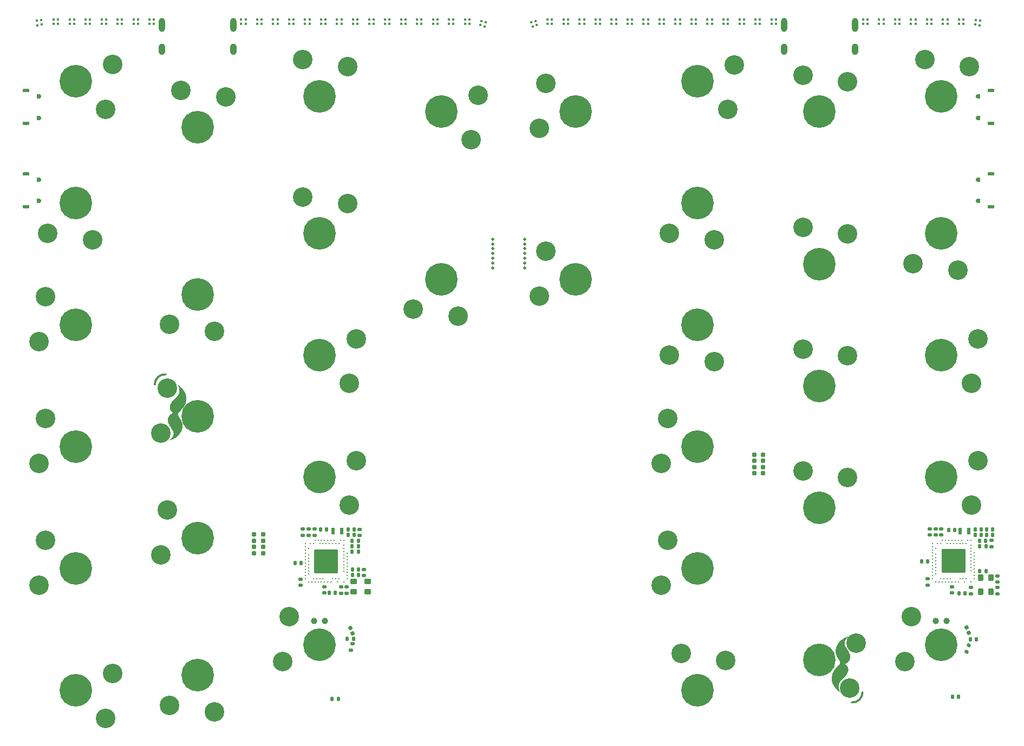
<source format=gts>
G04 #@! TF.GenerationSoftware,KiCad,Pcbnew,(6.0.11-0)*
G04 #@! TF.CreationDate,2023-02-19T21:29:59+08:00*
G04 #@! TF.ProjectId,Combined,436f6d62-696e-4656-942e-6b696361645f,rev?*
G04 #@! TF.SameCoordinates,Original*
G04 #@! TF.FileFunction,Soldermask,Top*
G04 #@! TF.FilePolarity,Negative*
%FSLAX46Y46*%
G04 Gerber Fmt 4.6, Leading zero omitted, Abs format (unit mm)*
G04 Created by KiCad (PCBNEW (6.0.11-0)) date 2023-02-19 21:29:59*
%MOMM*%
%LPD*%
G01*
G04 APERTURE LIST*
G04 Aperture macros list*
%AMRoundRect*
0 Rectangle with rounded corners*
0 $1 Rounding radius*
0 $2 $3 $4 $5 $6 $7 $8 $9 X,Y pos of 4 corners*
0 Add a 4 corners polygon primitive as box body*
4,1,4,$2,$3,$4,$5,$6,$7,$8,$9,$2,$3,0*
0 Add four circle primitives for the rounded corners*
1,1,$1+$1,$2,$3*
1,1,$1+$1,$4,$5*
1,1,$1+$1,$6,$7*
1,1,$1+$1,$8,$9*
0 Add four rect primitives between the rounded corners*
20,1,$1+$1,$2,$3,$4,$5,0*
20,1,$1+$1,$4,$5,$6,$7,0*
20,1,$1+$1,$6,$7,$8,$9,0*
20,1,$1+$1,$8,$9,$2,$3,0*%
%AMFreePoly0*
4,1,13,-0.250000,0.375000,-0.240485,0.422835,-0.213388,0.463388,-0.172835,0.490485,-0.125000,0.500000,0.250000,0.500000,0.250000,-0.500000,-0.125000,-0.500000,-0.172835,-0.490485,-0.213388,-0.463388,-0.240485,-0.422835,-0.250000,-0.375000,-0.250000,0.375000,-0.250000,0.375000,$1*%
%AMFreePoly1*
4,1,13,-0.300000,0.150000,-0.288582,0.207403,-0.256066,0.256066,-0.207403,0.288582,-0.150000,0.300000,0.300000,0.300000,0.300000,-0.300000,-0.150000,-0.300000,-0.207403,-0.288582,-0.256066,-0.256066,-0.288582,-0.207403,-0.300000,-0.150000,-0.300000,0.150000,-0.300000,0.150000,$1*%
G04 Aperture macros list end*
%ADD10C,0.350000*%
%ADD11C,0.100000*%
%ADD12RoundRect,0.140000X0.170000X-0.140000X0.170000X0.140000X-0.170000X0.140000X-0.170000X-0.140000X0*%
%ADD13RoundRect,0.087500X0.087500X-0.087500X0.087500X0.087500X-0.087500X0.087500X-0.087500X-0.087500X0*%
%ADD14C,3.050000*%
%ADD15C,5.100000*%
%ADD16RoundRect,0.140000X-0.170000X0.140000X-0.170000X-0.140000X0.170000X-0.140000X0.170000X0.140000X0*%
%ADD17C,0.290000*%
%ADD18RoundRect,0.020000X1.800000X-1.800000X1.800000X1.800000X-1.800000X1.800000X-1.800000X-1.800000X0*%
%ADD19RoundRect,0.087500X-0.087500X0.087500X-0.087500X-0.087500X0.087500X-0.087500X0.087500X0.087500X0*%
%ADD20RoundRect,0.140000X0.140000X0.170000X-0.140000X0.170000X-0.140000X-0.170000X0.140000X-0.170000X0*%
%ADD21RoundRect,0.140000X-0.140000X-0.170000X0.140000X-0.170000X0.140000X0.170000X-0.140000X0.170000X0*%
%ADD22C,0.500000*%
%ADD23RoundRect,0.147500X0.147500X0.172500X-0.147500X0.172500X-0.147500X-0.172500X0.147500X-0.172500X0*%
%ADD24RoundRect,0.147500X-0.212545X0.079606X-0.111649X-0.197603X0.212545X-0.079606X0.111649X0.197603X0*%
%ADD25FreePoly0,270.000000*%
%ADD26FreePoly1,180.000000*%
%ADD27FreePoly0,90.000000*%
%ADD28RoundRect,0.150000X0.300000X-0.350000X0.300000X0.350000X-0.300000X0.350000X-0.300000X-0.350000X0*%
%ADD29RoundRect,0.147500X-0.172500X0.147500X-0.172500X-0.147500X0.172500X-0.147500X0.172500X0.147500X0*%
%ADD30R,0.600000X1.100000*%
%ADD31RoundRect,0.150000X-0.350000X-0.300000X0.350000X-0.300000X0.350000X0.300000X-0.350000X0.300000X0*%
%ADD32RoundRect,0.147500X-0.215194X0.072140X-0.104685X-0.201379X0.215194X-0.072140X0.104685X0.201379X0*%
%ADD33FreePoly1,0.000000*%
%ADD34C,1.000000*%
%ADD35RoundRect,0.090000X-0.210000X-0.270000X0.210000X-0.270000X0.210000X0.270000X-0.210000X0.270000X0*%
%ADD36RoundRect,0.090000X0.210000X0.270000X-0.210000X0.270000X-0.210000X-0.270000X0.210000X-0.270000X0*%
%ADD37RoundRect,0.087500X0.056178X-0.110256X0.110256X0.056178X-0.056178X0.110256X-0.110256X-0.056178X0*%
%ADD38RoundRect,0.135000X-0.146845X0.175745X-0.212164X-0.086234X0.146845X-0.175745X0.212164X0.086234X0*%
%ADD39RoundRect,0.135000X-0.120957X0.194472X-0.222101X-0.055868X0.120957X-0.194472X0.222101X0.055868X0*%
%ADD40RoundRect,0.147500X-0.147500X-0.172500X0.147500X-0.172500X0.147500X0.172500X-0.147500X0.172500X0*%
%ADD41RoundRect,0.087500X-0.110256X0.056178X-0.056178X-0.110256X0.110256X-0.056178X0.056178X0.110256X0*%
%ADD42RoundRect,0.087500X0.101365X-0.070976X0.070976X0.101365X-0.101365X0.070976X-0.070976X-0.101365X0*%
%ADD43RoundRect,0.087500X-0.070976X0.101365X-0.101365X-0.070976X0.070976X-0.101365X0.101365X0.070976X0*%
%ADD44O,1.000000X2.200000*%
%ADD45O,1.000000X1.800000*%
G04 APERTURE END LIST*
D10*
X49971995Y-70810191D02*
G75*
G03*
X48301743Y-72377389I-96815J-1570459D01*
G01*
D11*
G36*
X51956648Y-72510020D02*
G01*
X52041946Y-72564323D01*
X52100961Y-72605585D01*
X52168814Y-72656495D01*
X52243934Y-72717223D01*
X52324755Y-72787936D01*
X52409726Y-72868803D01*
X52497272Y-72960005D01*
X52541517Y-73009530D01*
X52585822Y-73061711D01*
X52629996Y-73116547D01*
X52673840Y-73174086D01*
X52717149Y-73234322D01*
X52759738Y-73297305D01*
X52801408Y-73363025D01*
X52841972Y-73431529D01*
X52881223Y-73502834D01*
X52918970Y-73576954D01*
X52955009Y-73653913D01*
X52989165Y-73733746D01*
X53028309Y-73835765D01*
X53062228Y-73936784D01*
X53091009Y-74036766D01*
X53114780Y-74135748D01*
X53133624Y-74233704D01*
X53147669Y-74330650D01*
X53157006Y-74426574D01*
X53161766Y-74521474D01*
X53162044Y-74615359D01*
X53157938Y-74708225D01*
X53149571Y-74800070D01*
X53137053Y-74890890D01*
X53120475Y-74980689D01*
X53099963Y-75069475D01*
X53047549Y-75243951D01*
X52980665Y-75414338D01*
X52900188Y-75580626D01*
X52806971Y-75742815D01*
X52701893Y-75900880D01*
X52585804Y-76054845D01*
X52459578Y-76204673D01*
X52324085Y-76350386D01*
X52180175Y-76491974D01*
X52138021Y-76532704D01*
X52099306Y-76572032D01*
X52063940Y-76610037D01*
X52031802Y-76646775D01*
X52002784Y-76682330D01*
X51976783Y-76716772D01*
X51953687Y-76750170D01*
X51933379Y-76782598D01*
X51915764Y-76814120D01*
X51900728Y-76844818D01*
X51888162Y-76874757D01*
X51877949Y-76904016D01*
X51869995Y-76932659D01*
X51864183Y-76960767D01*
X51860400Y-76988390D01*
X51858553Y-77015629D01*
X51858512Y-77042531D01*
X51860175Y-77069188D01*
X51863440Y-77095653D01*
X51868195Y-77122015D01*
X51881734Y-77174687D01*
X51899924Y-77227775D01*
X51921895Y-77281850D01*
X51946767Y-77337481D01*
X52001743Y-77455737D01*
X52019688Y-77487157D01*
X52049284Y-77531129D01*
X52135069Y-77654593D01*
X52187090Y-77733053D01*
X52242398Y-77821942D01*
X52298922Y-77920772D01*
X52354567Y-78029003D01*
X52381401Y-78086483D01*
X52407243Y-78146118D01*
X52431812Y-78207833D01*
X52454850Y-78271578D01*
X52476120Y-78337285D01*
X52495329Y-78404863D01*
X52512226Y-78474293D01*
X52526570Y-78545473D01*
X52538072Y-78618359D01*
X52546484Y-78692870D01*
X52551542Y-78768947D01*
X52552991Y-78846526D01*
X52550558Y-78925538D01*
X52544000Y-79005926D01*
X52533039Y-79087617D01*
X52517412Y-79170534D01*
X52483355Y-79308826D01*
X52442645Y-79440543D01*
X52395805Y-79565855D01*
X52343342Y-79684901D01*
X52285758Y-79797816D01*
X52223559Y-79904733D01*
X52157250Y-80005820D01*
X52087345Y-80101195D01*
X52014340Y-80191014D01*
X51938750Y-80275410D01*
X51861071Y-80354528D01*
X51781825Y-80428512D01*
X51620614Y-80561649D01*
X51459175Y-80675950D01*
X51301562Y-80772545D01*
X51151827Y-80852573D01*
X51014007Y-80917176D01*
X50892164Y-80967486D01*
X50712602Y-81029771D01*
X50645559Y-81048510D01*
X50645546Y-81048519D01*
X50645548Y-81048513D01*
X50645559Y-81048510D01*
X50675057Y-81027649D01*
X50708657Y-81002007D01*
X50751917Y-80966600D01*
X50802658Y-80921712D01*
X50858697Y-80867623D01*
X50917852Y-80804621D01*
X50947919Y-80769882D01*
X50977941Y-80733012D01*
X51007650Y-80694067D01*
X51036785Y-80653061D01*
X51065063Y-80610050D01*
X51092208Y-80565061D01*
X51117942Y-80518120D01*
X51142009Y-80469292D01*
X51164129Y-80418577D01*
X51184024Y-80366040D01*
X51201432Y-80311699D01*
X51216071Y-80255588D01*
X51227665Y-80197760D01*
X51235960Y-80138235D01*
X51240665Y-80077055D01*
X51241517Y-80014257D01*
X51238230Y-79949865D01*
X51230547Y-79883934D01*
X51220459Y-79831193D01*
X51205995Y-79777162D01*
X51187467Y-79721890D01*
X51165206Y-79665460D01*
X51110778Y-79549276D01*
X51045289Y-79429051D01*
X50971350Y-79305254D01*
X50891535Y-79178283D01*
X50724679Y-78916673D01*
X50642810Y-78782906D01*
X50565446Y-78647773D01*
X50495167Y-78511701D01*
X50463496Y-78443451D01*
X50434571Y-78375131D01*
X50408710Y-78306802D01*
X50386239Y-78238519D01*
X50367496Y-78170329D01*
X50352780Y-78102295D01*
X50342427Y-78034470D01*
X50336771Y-77966913D01*
X50336130Y-77899672D01*
X50340812Y-77832805D01*
X50350629Y-77764376D01*
X50364269Y-77698697D01*
X50381446Y-77635730D01*
X50401911Y-77575439D01*
X50425368Y-77517785D01*
X50451568Y-77462725D01*
X50480241Y-77410239D01*
X50511095Y-77360269D01*
X50543877Y-77312786D01*
X50578317Y-77267750D01*
X50614126Y-77225118D01*
X50651057Y-77184862D01*
X50727144Y-77111319D01*
X50804438Y-77046793D01*
X50880743Y-76990997D01*
X50953911Y-76943631D01*
X51021763Y-76904381D01*
X51082145Y-76872952D01*
X51171788Y-76832323D01*
X51205533Y-76819323D01*
X51177662Y-76800496D01*
X51145932Y-76777324D01*
X51105100Y-76745275D01*
X51057234Y-76704599D01*
X51004402Y-76655503D01*
X50948685Y-76598248D01*
X50892154Y-76533050D01*
X50864222Y-76497555D01*
X50836870Y-76460156D01*
X50810346Y-76420888D01*
X50784899Y-76379780D01*
X50760809Y-76336864D01*
X50738328Y-76292162D01*
X50717713Y-76245722D01*
X50699223Y-76197553D01*
X50683102Y-76147687D01*
X50669634Y-76096154D01*
X50659074Y-76042992D01*
X50651667Y-75988216D01*
X50647686Y-75931870D01*
X50647364Y-75873967D01*
X50650989Y-75814561D01*
X50658819Y-75753643D01*
X50673976Y-75679859D01*
X50695159Y-75606677D01*
X50721919Y-75534108D01*
X50753893Y-75462141D01*
X50790658Y-75390800D01*
X50831806Y-75320062D01*
X50876945Y-75249942D01*
X50925664Y-75180441D01*
X51032217Y-75043316D01*
X51148219Y-74908705D01*
X51270436Y-74776634D01*
X51395650Y-74647104D01*
X51642056Y-74395825D01*
X51756776Y-74274112D01*
X51861527Y-74155035D01*
X51953072Y-74038642D01*
X51992878Y-73981444D01*
X52028172Y-73924913D01*
X52058534Y-73869067D01*
X52083566Y-73813894D01*
X52102881Y-73759419D01*
X52116050Y-73705622D01*
X52136601Y-73570381D01*
X52147376Y-73441605D01*
X52149578Y-73319609D01*
X52144334Y-73204696D01*
X52132836Y-73097190D01*
X52116227Y-72997398D01*
X52095683Y-72905621D01*
X52072361Y-72822187D01*
X52047432Y-72747395D01*
X52022041Y-72681569D01*
X51974584Y-72578041D01*
X51925447Y-72492222D01*
X51956648Y-72510020D01*
G37*
X51956648Y-72510020D02*
X52041946Y-72564323D01*
X52100961Y-72605585D01*
X52168814Y-72656495D01*
X52243934Y-72717223D01*
X52324755Y-72787936D01*
X52409726Y-72868803D01*
X52497272Y-72960005D01*
X52541517Y-73009530D01*
X52585822Y-73061711D01*
X52629996Y-73116547D01*
X52673840Y-73174086D01*
X52717149Y-73234322D01*
X52759738Y-73297305D01*
X52801408Y-73363025D01*
X52841972Y-73431529D01*
X52881223Y-73502834D01*
X52918970Y-73576954D01*
X52955009Y-73653913D01*
X52989165Y-73733746D01*
X53028309Y-73835765D01*
X53062228Y-73936784D01*
X53091009Y-74036766D01*
X53114780Y-74135748D01*
X53133624Y-74233704D01*
X53147669Y-74330650D01*
X53157006Y-74426574D01*
X53161766Y-74521474D01*
X53162044Y-74615359D01*
X53157938Y-74708225D01*
X53149571Y-74800070D01*
X53137053Y-74890890D01*
X53120475Y-74980689D01*
X53099963Y-75069475D01*
X53047549Y-75243951D01*
X52980665Y-75414338D01*
X52900188Y-75580626D01*
X52806971Y-75742815D01*
X52701893Y-75900880D01*
X52585804Y-76054845D01*
X52459578Y-76204673D01*
X52324085Y-76350386D01*
X52180175Y-76491974D01*
X52138021Y-76532704D01*
X52099306Y-76572032D01*
X52063940Y-76610037D01*
X52031802Y-76646775D01*
X52002784Y-76682330D01*
X51976783Y-76716772D01*
X51953687Y-76750170D01*
X51933379Y-76782598D01*
X51915764Y-76814120D01*
X51900728Y-76844818D01*
X51888162Y-76874757D01*
X51877949Y-76904016D01*
X51869995Y-76932659D01*
X51864183Y-76960767D01*
X51860400Y-76988390D01*
X51858553Y-77015629D01*
X51858512Y-77042531D01*
X51860175Y-77069188D01*
X51863440Y-77095653D01*
X51868195Y-77122015D01*
X51881734Y-77174687D01*
X51899924Y-77227775D01*
X51921895Y-77281850D01*
X51946767Y-77337481D01*
X52001743Y-77455737D01*
X52019688Y-77487157D01*
X52049284Y-77531129D01*
X52135069Y-77654593D01*
X52187090Y-77733053D01*
X52242398Y-77821942D01*
X52298922Y-77920772D01*
X52354567Y-78029003D01*
X52381401Y-78086483D01*
X52407243Y-78146118D01*
X52431812Y-78207833D01*
X52454850Y-78271578D01*
X52476120Y-78337285D01*
X52495329Y-78404863D01*
X52512226Y-78474293D01*
X52526570Y-78545473D01*
X52538072Y-78618359D01*
X52546484Y-78692870D01*
X52551542Y-78768947D01*
X52552991Y-78846526D01*
X52550558Y-78925538D01*
X52544000Y-79005926D01*
X52533039Y-79087617D01*
X52517412Y-79170534D01*
X52483355Y-79308826D01*
X52442645Y-79440543D01*
X52395805Y-79565855D01*
X52343342Y-79684901D01*
X52285758Y-79797816D01*
X52223559Y-79904733D01*
X52157250Y-80005820D01*
X52087345Y-80101195D01*
X52014340Y-80191014D01*
X51938750Y-80275410D01*
X51861071Y-80354528D01*
X51781825Y-80428512D01*
X51620614Y-80561649D01*
X51459175Y-80675950D01*
X51301562Y-80772545D01*
X51151827Y-80852573D01*
X51014007Y-80917176D01*
X50892164Y-80967486D01*
X50712602Y-81029771D01*
X50645559Y-81048510D01*
X50645546Y-81048519D01*
X50645548Y-81048513D01*
X50645559Y-81048510D01*
X50675057Y-81027649D01*
X50708657Y-81002007D01*
X50751917Y-80966600D01*
X50802658Y-80921712D01*
X50858697Y-80867623D01*
X50917852Y-80804621D01*
X50947919Y-80769882D01*
X50977941Y-80733012D01*
X51007650Y-80694067D01*
X51036785Y-80653061D01*
X51065063Y-80610050D01*
X51092208Y-80565061D01*
X51117942Y-80518120D01*
X51142009Y-80469292D01*
X51164129Y-80418577D01*
X51184024Y-80366040D01*
X51201432Y-80311699D01*
X51216071Y-80255588D01*
X51227665Y-80197760D01*
X51235960Y-80138235D01*
X51240665Y-80077055D01*
X51241517Y-80014257D01*
X51238230Y-79949865D01*
X51230547Y-79883934D01*
X51220459Y-79831193D01*
X51205995Y-79777162D01*
X51187467Y-79721890D01*
X51165206Y-79665460D01*
X51110778Y-79549276D01*
X51045289Y-79429051D01*
X50971350Y-79305254D01*
X50891535Y-79178283D01*
X50724679Y-78916673D01*
X50642810Y-78782906D01*
X50565446Y-78647773D01*
X50495167Y-78511701D01*
X50463496Y-78443451D01*
X50434571Y-78375131D01*
X50408710Y-78306802D01*
X50386239Y-78238519D01*
X50367496Y-78170329D01*
X50352780Y-78102295D01*
X50342427Y-78034470D01*
X50336771Y-77966913D01*
X50336130Y-77899672D01*
X50340812Y-77832805D01*
X50350629Y-77764376D01*
X50364269Y-77698697D01*
X50381446Y-77635730D01*
X50401911Y-77575439D01*
X50425368Y-77517785D01*
X50451568Y-77462725D01*
X50480241Y-77410239D01*
X50511095Y-77360269D01*
X50543877Y-77312786D01*
X50578317Y-77267750D01*
X50614126Y-77225118D01*
X50651057Y-77184862D01*
X50727144Y-77111319D01*
X50804438Y-77046793D01*
X50880743Y-76990997D01*
X50953911Y-76943631D01*
X51021763Y-76904381D01*
X51082145Y-76872952D01*
X51171788Y-76832323D01*
X51205533Y-76819323D01*
X51177662Y-76800496D01*
X51145932Y-76777324D01*
X51105100Y-76745275D01*
X51057234Y-76704599D01*
X51004402Y-76655503D01*
X50948685Y-76598248D01*
X50892154Y-76533050D01*
X50864222Y-76497555D01*
X50836870Y-76460156D01*
X50810346Y-76420888D01*
X50784899Y-76379780D01*
X50760809Y-76336864D01*
X50738328Y-76292162D01*
X50717713Y-76245722D01*
X50699223Y-76197553D01*
X50683102Y-76147687D01*
X50669634Y-76096154D01*
X50659074Y-76042992D01*
X50651667Y-75988216D01*
X50647686Y-75931870D01*
X50647364Y-75873967D01*
X50650989Y-75814561D01*
X50658819Y-75753643D01*
X50673976Y-75679859D01*
X50695159Y-75606677D01*
X50721919Y-75534108D01*
X50753893Y-75462141D01*
X50790658Y-75390800D01*
X50831806Y-75320062D01*
X50876945Y-75249942D01*
X50925664Y-75180441D01*
X51032217Y-75043316D01*
X51148219Y-74908705D01*
X51270436Y-74776634D01*
X51395650Y-74647104D01*
X51642056Y-74395825D01*
X51756776Y-74274112D01*
X51861527Y-74155035D01*
X51953072Y-74038642D01*
X51992878Y-73981444D01*
X52028172Y-73924913D01*
X52058534Y-73869067D01*
X52083566Y-73813894D01*
X52102881Y-73759419D01*
X52116050Y-73705622D01*
X52136601Y-73570381D01*
X52147376Y-73441605D01*
X52149578Y-73319609D01*
X52144334Y-73204696D01*
X52132836Y-73097190D01*
X52116227Y-72997398D01*
X52095683Y-72905621D01*
X52072361Y-72822187D01*
X52047432Y-72747395D01*
X52022041Y-72681569D01*
X51974584Y-72578041D01*
X51925447Y-72492222D01*
X51956648Y-72510020D01*
D10*
X157282855Y-122123146D02*
G75*
G03*
X158953106Y-120555965I96545J1570746D01*
G01*
D11*
G36*
X156657983Y-111843926D02*
G01*
X156657972Y-111843929D01*
X156628474Y-111864790D01*
X156594874Y-111890432D01*
X156551614Y-111925839D01*
X156500873Y-111970727D01*
X156444834Y-112024816D01*
X156385679Y-112087818D01*
X156355612Y-112122557D01*
X156325590Y-112159427D01*
X156295881Y-112198372D01*
X156266746Y-112239378D01*
X156238468Y-112282389D01*
X156211323Y-112327378D01*
X156185589Y-112374319D01*
X156161522Y-112423147D01*
X156139402Y-112473862D01*
X156119507Y-112526399D01*
X156102099Y-112580740D01*
X156087460Y-112636851D01*
X156075866Y-112694679D01*
X156067571Y-112754204D01*
X156062866Y-112815384D01*
X156062014Y-112878182D01*
X156065301Y-112942574D01*
X156072984Y-113008505D01*
X156083072Y-113061246D01*
X156097536Y-113115277D01*
X156116064Y-113170549D01*
X156138325Y-113226979D01*
X156192753Y-113343163D01*
X156258242Y-113463388D01*
X156332181Y-113587185D01*
X156411996Y-113714156D01*
X156578852Y-113975766D01*
X156660721Y-114109533D01*
X156738085Y-114244666D01*
X156808364Y-114380738D01*
X156840035Y-114448988D01*
X156868960Y-114517308D01*
X156894821Y-114585637D01*
X156917292Y-114653920D01*
X156936035Y-114722110D01*
X156950751Y-114790144D01*
X156961104Y-114857969D01*
X156966760Y-114925526D01*
X156967401Y-114992767D01*
X156962719Y-115059634D01*
X156952902Y-115128063D01*
X156939262Y-115193742D01*
X156922085Y-115256709D01*
X156901620Y-115317000D01*
X156878163Y-115374654D01*
X156851963Y-115429714D01*
X156823290Y-115482200D01*
X156792436Y-115532170D01*
X156759654Y-115579653D01*
X156725214Y-115624689D01*
X156689405Y-115667321D01*
X156652474Y-115707577D01*
X156576387Y-115781120D01*
X156499093Y-115845646D01*
X156422788Y-115901442D01*
X156349620Y-115948808D01*
X156281768Y-115988058D01*
X156221386Y-116019487D01*
X156131743Y-116060116D01*
X156097998Y-116073116D01*
X156125869Y-116091943D01*
X156157599Y-116115115D01*
X156198431Y-116147164D01*
X156246297Y-116187840D01*
X156299129Y-116236936D01*
X156354846Y-116294191D01*
X156411377Y-116359389D01*
X156439309Y-116394884D01*
X156466661Y-116432283D01*
X156493185Y-116471551D01*
X156518632Y-116512659D01*
X156542722Y-116555575D01*
X156565203Y-116600277D01*
X156585818Y-116646717D01*
X156604308Y-116694886D01*
X156620429Y-116744752D01*
X156633897Y-116796285D01*
X156644457Y-116849447D01*
X156651864Y-116904223D01*
X156655845Y-116960569D01*
X156656167Y-117018472D01*
X156652542Y-117077878D01*
X156644712Y-117138796D01*
X156629555Y-117212580D01*
X156608372Y-117285762D01*
X156581612Y-117358331D01*
X156549638Y-117430298D01*
X156512873Y-117501639D01*
X156471725Y-117572377D01*
X156426586Y-117642497D01*
X156377867Y-117711998D01*
X156271314Y-117849123D01*
X156155312Y-117983734D01*
X156033095Y-118115805D01*
X155907881Y-118245335D01*
X155661475Y-118496614D01*
X155546755Y-118618327D01*
X155442004Y-118737404D01*
X155350459Y-118853797D01*
X155310653Y-118910995D01*
X155275359Y-118967526D01*
X155244997Y-119023372D01*
X155219965Y-119078545D01*
X155200650Y-119133020D01*
X155187481Y-119186817D01*
X155166930Y-119322058D01*
X155156155Y-119450834D01*
X155153953Y-119572830D01*
X155159197Y-119687743D01*
X155170695Y-119795249D01*
X155187304Y-119895041D01*
X155207848Y-119986818D01*
X155231170Y-120070252D01*
X155256099Y-120145044D01*
X155281490Y-120210870D01*
X155328947Y-120314398D01*
X155378084Y-120400217D01*
X155346883Y-120382419D01*
X155261585Y-120328116D01*
X155202570Y-120286854D01*
X155134717Y-120235944D01*
X155059597Y-120175216D01*
X154978776Y-120104503D01*
X154893805Y-120023636D01*
X154806259Y-119932434D01*
X154762014Y-119882909D01*
X154717709Y-119830728D01*
X154673535Y-119775892D01*
X154629691Y-119718353D01*
X154586382Y-119658117D01*
X154543793Y-119595134D01*
X154502123Y-119529414D01*
X154461559Y-119460910D01*
X154422308Y-119389605D01*
X154384561Y-119315485D01*
X154348522Y-119238526D01*
X154314366Y-119158693D01*
X154275222Y-119056674D01*
X154241303Y-118955655D01*
X154212522Y-118855673D01*
X154188751Y-118756691D01*
X154169907Y-118658735D01*
X154155862Y-118561789D01*
X154146525Y-118465865D01*
X154141765Y-118370965D01*
X154141487Y-118277080D01*
X154145593Y-118184214D01*
X154153960Y-118092369D01*
X154166478Y-118001549D01*
X154183056Y-117911750D01*
X154203568Y-117822964D01*
X154255982Y-117648488D01*
X154322866Y-117478101D01*
X154403343Y-117311813D01*
X154496560Y-117149624D01*
X154601638Y-116991559D01*
X154717727Y-116837594D01*
X154843953Y-116687766D01*
X154979446Y-116542053D01*
X155123356Y-116400465D01*
X155165510Y-116359735D01*
X155204225Y-116320407D01*
X155239591Y-116282402D01*
X155271729Y-116245664D01*
X155300747Y-116210109D01*
X155326748Y-116175667D01*
X155349844Y-116142269D01*
X155370152Y-116109841D01*
X155387767Y-116078319D01*
X155402803Y-116047621D01*
X155415369Y-116017682D01*
X155425582Y-115988423D01*
X155433536Y-115959780D01*
X155439348Y-115931672D01*
X155443131Y-115904049D01*
X155444978Y-115876810D01*
X155445019Y-115849908D01*
X155443356Y-115823251D01*
X155440091Y-115796786D01*
X155435336Y-115770424D01*
X155421797Y-115717752D01*
X155403607Y-115664664D01*
X155381636Y-115610589D01*
X155356764Y-115554958D01*
X155301788Y-115436702D01*
X155283843Y-115405282D01*
X155254247Y-115361310D01*
X155168462Y-115237846D01*
X155116441Y-115159386D01*
X155061133Y-115070497D01*
X155004609Y-114971667D01*
X154948964Y-114863436D01*
X154922130Y-114805956D01*
X154896288Y-114746321D01*
X154871719Y-114684606D01*
X154848681Y-114620861D01*
X154827411Y-114555154D01*
X154808202Y-114487576D01*
X154791305Y-114418146D01*
X154776961Y-114346966D01*
X154765459Y-114274080D01*
X154757047Y-114199569D01*
X154751989Y-114123492D01*
X154750540Y-114045913D01*
X154752973Y-113966901D01*
X154759531Y-113886513D01*
X154770492Y-113804822D01*
X154786119Y-113721905D01*
X154820176Y-113583613D01*
X154860886Y-113451896D01*
X154907726Y-113326584D01*
X154960189Y-113207538D01*
X155017773Y-113094623D01*
X155079972Y-112987706D01*
X155146281Y-112886619D01*
X155216186Y-112791244D01*
X155289191Y-112701425D01*
X155364781Y-112617029D01*
X155442460Y-112537911D01*
X155521706Y-112463927D01*
X155682917Y-112330790D01*
X155844356Y-112216489D01*
X156001969Y-112119894D01*
X156151704Y-112039866D01*
X156289524Y-111975263D01*
X156411367Y-111924953D01*
X156590929Y-111862668D01*
X156657972Y-111843929D01*
X156657985Y-111843920D01*
X156657983Y-111843926D01*
G37*
X156657983Y-111843926D02*
X156657972Y-111843929D01*
X156628474Y-111864790D01*
X156594874Y-111890432D01*
X156551614Y-111925839D01*
X156500873Y-111970727D01*
X156444834Y-112024816D01*
X156385679Y-112087818D01*
X156355612Y-112122557D01*
X156325590Y-112159427D01*
X156295881Y-112198372D01*
X156266746Y-112239378D01*
X156238468Y-112282389D01*
X156211323Y-112327378D01*
X156185589Y-112374319D01*
X156161522Y-112423147D01*
X156139402Y-112473862D01*
X156119507Y-112526399D01*
X156102099Y-112580740D01*
X156087460Y-112636851D01*
X156075866Y-112694679D01*
X156067571Y-112754204D01*
X156062866Y-112815384D01*
X156062014Y-112878182D01*
X156065301Y-112942574D01*
X156072984Y-113008505D01*
X156083072Y-113061246D01*
X156097536Y-113115277D01*
X156116064Y-113170549D01*
X156138325Y-113226979D01*
X156192753Y-113343163D01*
X156258242Y-113463388D01*
X156332181Y-113587185D01*
X156411996Y-113714156D01*
X156578852Y-113975766D01*
X156660721Y-114109533D01*
X156738085Y-114244666D01*
X156808364Y-114380738D01*
X156840035Y-114448988D01*
X156868960Y-114517308D01*
X156894821Y-114585637D01*
X156917292Y-114653920D01*
X156936035Y-114722110D01*
X156950751Y-114790144D01*
X156961104Y-114857969D01*
X156966760Y-114925526D01*
X156967401Y-114992767D01*
X156962719Y-115059634D01*
X156952902Y-115128063D01*
X156939262Y-115193742D01*
X156922085Y-115256709D01*
X156901620Y-115317000D01*
X156878163Y-115374654D01*
X156851963Y-115429714D01*
X156823290Y-115482200D01*
X156792436Y-115532170D01*
X156759654Y-115579653D01*
X156725214Y-115624689D01*
X156689405Y-115667321D01*
X156652474Y-115707577D01*
X156576387Y-115781120D01*
X156499093Y-115845646D01*
X156422788Y-115901442D01*
X156349620Y-115948808D01*
X156281768Y-115988058D01*
X156221386Y-116019487D01*
X156131743Y-116060116D01*
X156097998Y-116073116D01*
X156125869Y-116091943D01*
X156157599Y-116115115D01*
X156198431Y-116147164D01*
X156246297Y-116187840D01*
X156299129Y-116236936D01*
X156354846Y-116294191D01*
X156411377Y-116359389D01*
X156439309Y-116394884D01*
X156466661Y-116432283D01*
X156493185Y-116471551D01*
X156518632Y-116512659D01*
X156542722Y-116555575D01*
X156565203Y-116600277D01*
X156585818Y-116646717D01*
X156604308Y-116694886D01*
X156620429Y-116744752D01*
X156633897Y-116796285D01*
X156644457Y-116849447D01*
X156651864Y-116904223D01*
X156655845Y-116960569D01*
X156656167Y-117018472D01*
X156652542Y-117077878D01*
X156644712Y-117138796D01*
X156629555Y-117212580D01*
X156608372Y-117285762D01*
X156581612Y-117358331D01*
X156549638Y-117430298D01*
X156512873Y-117501639D01*
X156471725Y-117572377D01*
X156426586Y-117642497D01*
X156377867Y-117711998D01*
X156271314Y-117849123D01*
X156155312Y-117983734D01*
X156033095Y-118115805D01*
X155907881Y-118245335D01*
X155661475Y-118496614D01*
X155546755Y-118618327D01*
X155442004Y-118737404D01*
X155350459Y-118853797D01*
X155310653Y-118910995D01*
X155275359Y-118967526D01*
X155244997Y-119023372D01*
X155219965Y-119078545D01*
X155200650Y-119133020D01*
X155187481Y-119186817D01*
X155166930Y-119322058D01*
X155156155Y-119450834D01*
X155153953Y-119572830D01*
X155159197Y-119687743D01*
X155170695Y-119795249D01*
X155187304Y-119895041D01*
X155207848Y-119986818D01*
X155231170Y-120070252D01*
X155256099Y-120145044D01*
X155281490Y-120210870D01*
X155328947Y-120314398D01*
X155378084Y-120400217D01*
X155346883Y-120382419D01*
X155261585Y-120328116D01*
X155202570Y-120286854D01*
X155134717Y-120235944D01*
X155059597Y-120175216D01*
X154978776Y-120104503D01*
X154893805Y-120023636D01*
X154806259Y-119932434D01*
X154762014Y-119882909D01*
X154717709Y-119830728D01*
X154673535Y-119775892D01*
X154629691Y-119718353D01*
X154586382Y-119658117D01*
X154543793Y-119595134D01*
X154502123Y-119529414D01*
X154461559Y-119460910D01*
X154422308Y-119389605D01*
X154384561Y-119315485D01*
X154348522Y-119238526D01*
X154314366Y-119158693D01*
X154275222Y-119056674D01*
X154241303Y-118955655D01*
X154212522Y-118855673D01*
X154188751Y-118756691D01*
X154169907Y-118658735D01*
X154155862Y-118561789D01*
X154146525Y-118465865D01*
X154141765Y-118370965D01*
X154141487Y-118277080D01*
X154145593Y-118184214D01*
X154153960Y-118092369D01*
X154166478Y-118001549D01*
X154183056Y-117911750D01*
X154203568Y-117822964D01*
X154255982Y-117648488D01*
X154322866Y-117478101D01*
X154403343Y-117311813D01*
X154496560Y-117149624D01*
X154601638Y-116991559D01*
X154717727Y-116837594D01*
X154843953Y-116687766D01*
X154979446Y-116542053D01*
X155123356Y-116400465D01*
X155165510Y-116359735D01*
X155204225Y-116320407D01*
X155239591Y-116282402D01*
X155271729Y-116245664D01*
X155300747Y-116210109D01*
X155326748Y-116175667D01*
X155349844Y-116142269D01*
X155370152Y-116109841D01*
X155387767Y-116078319D01*
X155402803Y-116047621D01*
X155415369Y-116017682D01*
X155425582Y-115988423D01*
X155433536Y-115959780D01*
X155439348Y-115931672D01*
X155443131Y-115904049D01*
X155444978Y-115876810D01*
X155445019Y-115849908D01*
X155443356Y-115823251D01*
X155440091Y-115796786D01*
X155435336Y-115770424D01*
X155421797Y-115717752D01*
X155403607Y-115664664D01*
X155381636Y-115610589D01*
X155356764Y-115554958D01*
X155301788Y-115436702D01*
X155283843Y-115405282D01*
X155254247Y-115361310D01*
X155168462Y-115237846D01*
X155116441Y-115159386D01*
X155061133Y-115070497D01*
X155004609Y-114971667D01*
X154948964Y-114863436D01*
X154922130Y-114805956D01*
X154896288Y-114746321D01*
X154871719Y-114684606D01*
X154848681Y-114620861D01*
X154827411Y-114555154D01*
X154808202Y-114487576D01*
X154791305Y-114418146D01*
X154776961Y-114346966D01*
X154765459Y-114274080D01*
X154757047Y-114199569D01*
X154751989Y-114123492D01*
X154750540Y-114045913D01*
X154752973Y-113966901D01*
X154759531Y-113886513D01*
X154770492Y-113804822D01*
X154786119Y-113721905D01*
X154820176Y-113583613D01*
X154860886Y-113451896D01*
X154907726Y-113326584D01*
X154960189Y-113207538D01*
X155017773Y-113094623D01*
X155079972Y-112987706D01*
X155146281Y-112886619D01*
X155216186Y-112791244D01*
X155289191Y-112701425D01*
X155364781Y-112617029D01*
X155442460Y-112537911D01*
X155521706Y-112463927D01*
X155682917Y-112330790D01*
X155844356Y-112216489D01*
X156001969Y-112119894D01*
X156151704Y-112039866D01*
X156289524Y-111975263D01*
X156411367Y-111924953D01*
X156590929Y-111862668D01*
X156657972Y-111843929D01*
X156657985Y-111843920D01*
X156657983Y-111843926D01*
D12*
X74811743Y-105005737D03*
X74811743Y-104045737D03*
D13*
X44994843Y-16021637D03*
X44994843Y-15321637D03*
X45694843Y-16021637D03*
X45694843Y-15321637D03*
D14*
X156639555Y-48856330D03*
X149639555Y-47806330D03*
D15*
X152239555Y-53556330D03*
D16*
X175869561Y-104142578D03*
X175869561Y-105102578D03*
D17*
X176428673Y-98742578D03*
X176428673Y-99242578D03*
X176428673Y-99742578D03*
X176428673Y-100242578D03*
X176428673Y-100742578D03*
X176428673Y-101242578D03*
X176428673Y-101742578D03*
X176428673Y-102242578D03*
X176428673Y-102742578D03*
X170928673Y-103242578D03*
X170678673Y-97242578D03*
X170428673Y-97992578D03*
X170428673Y-98992578D03*
X170428673Y-99492578D03*
X170428673Y-99992578D03*
X170428673Y-100492578D03*
X170428673Y-100992578D03*
X170428673Y-101492578D03*
X170428673Y-101992578D03*
X170428673Y-103242578D03*
X169928673Y-97242578D03*
X169928673Y-97742578D03*
X169928673Y-98242578D03*
X169928673Y-98742578D03*
X169928673Y-99242578D03*
X169928673Y-99742578D03*
X169928673Y-100242578D03*
X169928673Y-100742578D03*
X169928673Y-101242578D03*
X169928673Y-101742578D03*
X169928673Y-102242578D03*
X169928673Y-102742578D03*
X175928673Y-96742578D03*
X175928673Y-97492578D03*
X175928673Y-97992578D03*
X175928673Y-98492578D03*
X175928673Y-98992578D03*
X175928673Y-99492578D03*
X175928673Y-99992578D03*
X175928673Y-100492578D03*
X175928673Y-100992578D03*
X175928673Y-101492578D03*
X175928673Y-103242578D03*
X175428673Y-96742578D03*
X175178673Y-97242578D03*
X175178673Y-102742578D03*
X174928673Y-103242578D03*
D18*
X173178673Y-99992578D03*
D17*
X174678673Y-97242578D03*
X174678673Y-102742578D03*
X174428673Y-96742578D03*
X174178673Y-97242578D03*
X174178673Y-102742578D03*
X173928673Y-96742578D03*
X173928673Y-103242578D03*
X173678673Y-97242578D03*
X173428673Y-96742578D03*
X173428673Y-103242578D03*
X173178673Y-97242578D03*
X172928673Y-96742578D03*
X172928673Y-103242578D03*
X172678673Y-97242578D03*
X172678673Y-102742578D03*
X172428673Y-96742578D03*
X172428673Y-103242578D03*
X172178673Y-97242578D03*
X172178673Y-102742578D03*
X171928673Y-96742578D03*
X171928673Y-103242578D03*
X171678673Y-102742578D03*
X171428673Y-96742578D03*
X171428673Y-103242578D03*
X171178673Y-97242578D03*
X171178673Y-102742578D03*
D19*
X167238350Y-15320362D03*
X167238350Y-16020362D03*
X166538350Y-15320362D03*
X166538350Y-16020362D03*
X132919150Y-15320362D03*
X132919150Y-16020362D03*
X132219150Y-15320362D03*
X132219150Y-16020362D03*
D15*
X35940243Y-101180737D03*
D14*
X31240243Y-96780737D03*
X30190243Y-103780737D03*
D20*
X178247304Y-101553980D03*
X177287304Y-101553980D03*
D21*
X176559561Y-95042578D03*
X177519561Y-95042578D03*
D14*
X88690243Y-60636987D03*
X95690243Y-61686987D03*
D15*
X93090243Y-55936987D03*
D22*
X101115267Y-52664238D03*
X101115267Y-54164238D03*
D23*
X178239561Y-97702578D03*
X177269561Y-97702578D03*
D19*
X135419150Y-15320362D03*
X135419150Y-16020362D03*
X134719150Y-15320362D03*
X134719150Y-16020362D03*
D13*
X37485243Y-16021637D03*
X37485243Y-15321637D03*
X38185243Y-16021637D03*
X38185243Y-15321637D03*
D16*
X180087304Y-104153980D03*
X180087304Y-105113980D03*
D14*
X128489555Y-96781330D03*
D15*
X133189555Y-101181330D03*
D14*
X127439555Y-103781330D03*
D24*
X78885863Y-110449986D03*
X79217623Y-111361488D03*
D20*
X174999561Y-105082578D03*
X174039561Y-105082578D03*
D13*
X61804443Y-16021637D03*
X61804443Y-15321637D03*
X62504443Y-16021637D03*
X62504443Y-15321637D03*
D25*
X28165243Y-39439737D03*
D26*
X30215243Y-43684737D03*
X30215243Y-40334737D03*
D27*
X28165243Y-44579737D03*
D13*
X71804443Y-16021637D03*
X71804443Y-15321637D03*
X72504443Y-16021637D03*
X72504443Y-15321637D03*
D19*
X125419150Y-15320362D03*
X125419150Y-16020362D03*
X124719150Y-15320362D03*
X124719150Y-16020362D03*
D15*
X54990243Y-96418237D03*
D14*
X49240243Y-99018237D03*
X50290243Y-92018237D03*
D19*
X142919150Y-15320362D03*
X142919150Y-16020362D03*
X142219150Y-15320362D03*
X142219150Y-16020362D03*
D28*
X179029561Y-104812578D03*
X179029561Y-102612578D03*
X177429561Y-102612578D03*
X177429561Y-104812578D03*
D29*
X179099561Y-96777578D03*
X179099561Y-97747578D03*
D13*
X32485243Y-16021637D03*
X32485243Y-15321637D03*
X33185243Y-16021637D03*
X33185243Y-15321637D03*
D14*
X128489555Y-77731330D03*
X127439555Y-84731330D03*
D15*
X133189555Y-82131330D03*
D30*
X77551743Y-95330737D03*
X76151743Y-95330737D03*
D21*
X78521743Y-95055737D03*
X79481743Y-95055737D03*
D12*
X78271743Y-105015737D03*
X78271743Y-104055737D03*
D15*
X152239555Y-91656330D03*
D14*
X149639555Y-85906330D03*
X156639555Y-86956330D03*
D31*
X79351743Y-104795737D03*
X81551743Y-104795737D03*
X81551743Y-103195737D03*
X79351743Y-103195737D03*
D17*
X78351743Y-98795237D03*
X78351743Y-99295237D03*
X78351743Y-99795237D03*
X78351743Y-100295237D03*
X78351743Y-100795237D03*
X78351743Y-101295237D03*
X78351743Y-101795237D03*
X78351743Y-102295237D03*
X78351743Y-102795237D03*
X72851743Y-103295237D03*
X72601743Y-97295237D03*
X72351743Y-98045237D03*
X72351743Y-99045237D03*
X72351743Y-99545237D03*
X72351743Y-100045237D03*
X72351743Y-100545237D03*
X72351743Y-101045237D03*
X72351743Y-101545237D03*
X72351743Y-102045237D03*
X72351743Y-103295237D03*
X71851743Y-97295237D03*
X71851743Y-97795237D03*
X71851743Y-98295237D03*
X71851743Y-98795237D03*
X71851743Y-99295237D03*
X71851743Y-99795237D03*
X71851743Y-100295237D03*
X71851743Y-100795237D03*
X71851743Y-101295237D03*
X71851743Y-101795237D03*
X71851743Y-102295237D03*
X71851743Y-102795237D03*
X77851743Y-96795237D03*
X77851743Y-97545237D03*
X77851743Y-98045237D03*
X77851743Y-98545237D03*
X77851743Y-99045237D03*
X77851743Y-99545237D03*
X77851743Y-100045237D03*
X77851743Y-100545237D03*
X77851743Y-101045237D03*
X77851743Y-101545237D03*
X77851743Y-103295237D03*
X77351743Y-96795237D03*
X77101743Y-97295237D03*
X77101743Y-102795237D03*
X76851743Y-103295237D03*
D18*
X75101743Y-100045237D03*
D17*
X76601743Y-97295237D03*
X76601743Y-102795237D03*
X76351743Y-96795237D03*
X76101743Y-97295237D03*
X76101743Y-102795237D03*
X75851743Y-96795237D03*
X75851743Y-103295237D03*
X75601743Y-97295237D03*
X75351743Y-96795237D03*
X75351743Y-103295237D03*
X75101743Y-97295237D03*
X74851743Y-96795237D03*
X74851743Y-103295237D03*
X74601743Y-97295237D03*
X74601743Y-102795237D03*
X74351743Y-96795237D03*
X74351743Y-103295237D03*
X74101743Y-97295237D03*
X74101743Y-102795237D03*
X73851743Y-96795237D03*
X73851743Y-103295237D03*
X73601743Y-102795237D03*
X73351743Y-96795237D03*
X73351743Y-103295237D03*
X73101743Y-97295237D03*
X73101743Y-102795237D03*
D32*
X175250136Y-110372019D03*
X175613504Y-111271387D03*
D15*
X133189555Y-63081330D03*
D14*
X128789555Y-67781330D03*
X135789555Y-68831330D03*
D16*
X73251743Y-95015237D03*
X73251743Y-95975237D03*
D12*
X172909561Y-104982578D03*
X172909561Y-104022578D03*
D16*
X180087304Y-102353980D03*
X180087304Y-103313980D03*
D14*
X50290243Y-72968237D03*
X49240243Y-79968237D03*
D15*
X54990243Y-77368237D03*
D14*
X52390243Y-26374487D03*
D15*
X54990243Y-32124487D03*
D14*
X59390243Y-27424487D03*
D15*
X74040243Y-113086987D03*
D14*
X68290243Y-115686987D03*
X69340243Y-108686987D03*
D20*
X179299561Y-95042578D03*
X178339561Y-95042578D03*
D14*
X135789555Y-49781330D03*
D15*
X133189555Y-44031330D03*
D14*
X128789555Y-48731330D03*
D13*
X81804443Y-16021637D03*
X81804443Y-15321637D03*
X82504443Y-16021637D03*
X82504443Y-15321637D03*
D27*
X179065265Y-44579786D03*
D33*
X177015265Y-40334786D03*
X177015265Y-43684786D03*
D25*
X179065265Y-39439786D03*
D19*
X172238350Y-15320362D03*
X172238350Y-16020362D03*
X171538350Y-15320362D03*
X171538350Y-16020362D03*
D13*
X84304443Y-16021637D03*
X84304443Y-15321637D03*
X85004443Y-16021637D03*
X85004443Y-15321637D03*
D14*
X108389561Y-58537578D03*
D15*
X114139561Y-55937578D03*
D14*
X109439561Y-51537578D03*
D19*
X115419150Y-15320362D03*
X115419150Y-16020362D03*
X114719150Y-15320362D03*
X114719150Y-16020362D03*
D34*
X170389555Y-109362580D03*
D20*
X76551743Y-105005737D03*
X75591743Y-105005737D03*
D19*
X137919150Y-15320362D03*
X137919150Y-16020362D03*
X137219150Y-15320362D03*
X137219150Y-16020362D03*
D20*
X173369561Y-95182578D03*
X172409561Y-95182578D03*
X80181743Y-102205737D03*
X79221743Y-102205737D03*
D19*
X127919150Y-15320362D03*
X127919150Y-16020362D03*
X127219150Y-15320362D03*
X127219150Y-16020362D03*
D13*
X89304443Y-16021637D03*
X89304443Y-15321637D03*
X90004443Y-16021637D03*
X90004443Y-15321637D03*
D35*
X65226743Y-95865737D03*
X65226743Y-96835737D03*
X65226743Y-97805737D03*
X65226743Y-98775737D03*
X63826743Y-98775737D03*
X63826743Y-97805737D03*
X63826743Y-96835737D03*
X63826743Y-95865737D03*
D16*
X170379561Y-94992578D03*
X170379561Y-95952578D03*
D14*
X38540243Y-49780737D03*
D15*
X35940243Y-44030737D03*
D14*
X31540243Y-48730737D03*
D12*
X169129561Y-103772578D03*
X169129561Y-102812578D03*
D13*
X34985243Y-16021637D03*
X34985243Y-15321637D03*
X35685243Y-16021637D03*
X35685243Y-15321637D03*
D22*
X101115267Y-49664238D03*
D34*
X73201743Y-109355737D03*
D15*
X35940243Y-24980737D03*
D14*
X40640243Y-29380737D03*
X41690243Y-22380737D03*
X71440243Y-21611987D03*
X78440243Y-22661987D03*
D15*
X74040243Y-27361987D03*
D14*
X78740243Y-72243237D03*
X79790243Y-65243237D03*
D15*
X74040243Y-67843237D03*
X133189555Y-24981330D03*
D14*
X138939555Y-22381330D03*
X137889555Y-29381330D03*
D20*
X176781820Y-112241703D03*
X175821820Y-112241703D03*
D36*
X142014559Y-86286334D03*
X142014559Y-85316334D03*
X142014559Y-84346334D03*
X142014559Y-83376334D03*
X143414559Y-83376334D03*
X143414559Y-84346334D03*
X143414559Y-85316334D03*
X143414559Y-86286334D03*
D13*
X74304443Y-16021637D03*
X74304443Y-15321637D03*
X75004443Y-16021637D03*
X75004443Y-15321637D03*
D37*
X99176717Y-16199851D03*
X99393029Y-15534111D03*
X99842457Y-16416163D03*
X100058769Y-15750423D03*
D14*
X175989555Y-72243830D03*
X177039555Y-65243830D03*
D15*
X171289555Y-67843830D03*
D14*
X149639561Y-66856328D03*
X156639561Y-67906328D03*
D15*
X152239561Y-72606328D03*
D14*
X30190243Y-84730737D03*
D15*
X35940243Y-82130737D03*
D14*
X31240243Y-77730737D03*
D22*
X101115267Y-51914238D03*
D38*
X79245123Y-112960886D03*
X78998363Y-113950588D03*
D13*
X64304443Y-16021637D03*
X64304443Y-15321637D03*
X65004443Y-16021637D03*
X65004443Y-15321637D03*
D14*
X40640243Y-124630737D03*
D15*
X35940243Y-120230737D03*
D14*
X41690243Y-117630737D03*
D19*
X140419150Y-15320362D03*
X140419150Y-16020362D03*
X139719150Y-15320362D03*
X139719150Y-16020362D03*
D13*
X42494843Y-16021637D03*
X42494843Y-15321637D03*
X43194843Y-16021637D03*
X43194843Y-15321637D03*
X86804443Y-16021637D03*
X86804443Y-15321637D03*
X87504443Y-16021637D03*
X87504443Y-15321637D03*
D14*
X175989555Y-91293830D03*
X177039555Y-84293830D03*
D15*
X171289555Y-86893830D03*
D20*
X80131743Y-96855737D03*
X79171743Y-96855737D03*
D19*
X169738350Y-15320362D03*
X169738350Y-16020362D03*
X169038350Y-15320362D03*
X169038350Y-16020362D03*
D30*
X175599561Y-95307578D03*
X174199561Y-95307578D03*
D14*
X108389561Y-32343828D03*
X109439561Y-25343828D03*
D15*
X114139561Y-29743828D03*
D39*
X175612869Y-113218839D03*
X175230771Y-114164567D03*
D40*
X79166743Y-98555737D03*
X80136743Y-98555737D03*
D13*
X91804443Y-16021637D03*
X91804443Y-15321637D03*
X92504443Y-16021637D03*
X92504443Y-15321637D03*
D34*
X74901743Y-109355737D03*
D19*
X145419150Y-15320362D03*
X145419150Y-16020362D03*
X144719150Y-15320362D03*
X144719150Y-16020362D03*
X174738350Y-15320362D03*
X174738350Y-16020362D03*
X174038350Y-15320362D03*
X174038350Y-16020362D03*
D20*
X179299561Y-95912578D03*
X178339561Y-95912578D03*
D19*
X159738350Y-15320362D03*
X159738350Y-16020362D03*
X159038350Y-15320362D03*
X159038350Y-16020362D03*
D16*
X77451743Y-104065737D03*
X77451743Y-105025737D03*
D15*
X54990243Y-117849437D03*
D14*
X50590243Y-122549437D03*
X57590243Y-123599437D03*
D12*
X71051743Y-103785737D03*
X71051743Y-102825737D03*
D22*
X101115267Y-50414238D03*
D14*
X173889555Y-54543830D03*
D15*
X171289555Y-48793830D03*
D14*
X166889555Y-53493830D03*
D19*
X117919150Y-15320362D03*
X117919150Y-16020362D03*
X117219150Y-15320362D03*
X117219150Y-16020362D03*
D34*
X172089555Y-109362580D03*
D14*
X168689561Y-21612580D03*
D15*
X171289561Y-27362580D03*
D14*
X175689561Y-22662580D03*
D16*
X169489561Y-94992578D03*
X169489561Y-95952578D03*
D22*
X106115267Y-50414238D03*
D16*
X171269561Y-94992578D03*
X171269561Y-95952578D03*
D22*
X106115267Y-53414238D03*
D41*
X107830564Y-15532836D03*
X108046876Y-16198576D03*
X107164824Y-15749148D03*
X107381136Y-16414888D03*
D13*
X66804443Y-16021637D03*
X66804443Y-15321637D03*
X67504443Y-16021637D03*
X67504443Y-15321637D03*
D20*
X75181743Y-95045237D03*
X74221743Y-95045237D03*
D22*
X106115267Y-51164238D03*
D13*
X47485243Y-16021637D03*
X47485243Y-15321637D03*
X48185243Y-16021637D03*
X48185243Y-15321637D03*
X69304443Y-16021637D03*
X69304443Y-15321637D03*
X70004443Y-16021637D03*
X70004443Y-15321637D03*
X39985243Y-16021637D03*
X39985243Y-15321637D03*
X40685243Y-16021637D03*
X40685243Y-15321637D03*
D14*
X130589555Y-114481330D03*
X137589555Y-115531330D03*
D15*
X133189555Y-120231330D03*
D21*
X70231743Y-100305737D03*
X71191743Y-100305737D03*
D42*
X29967837Y-16211197D03*
X29846283Y-15521831D03*
X30657203Y-16089643D03*
X30535649Y-15400277D03*
D22*
X106115267Y-51914238D03*
D19*
X112919150Y-15320362D03*
X112919150Y-16020362D03*
X112219150Y-15320362D03*
X112219150Y-16020362D03*
D14*
X156939561Y-119868830D03*
X157989561Y-112868830D03*
D15*
X152239561Y-115468830D03*
D12*
X80301743Y-95985737D03*
X80301743Y-95025737D03*
D16*
X80981743Y-101295737D03*
X80981743Y-102255737D03*
D19*
X164738350Y-15320362D03*
X164738350Y-16020362D03*
X164038350Y-15320362D03*
X164038350Y-16020362D03*
D16*
X71451743Y-95015237D03*
X71451743Y-95975237D03*
D14*
X149639555Y-23993830D03*
D15*
X152239555Y-29743830D03*
D14*
X156639555Y-25043830D03*
D23*
X80136743Y-97705737D03*
X79166743Y-97705737D03*
D20*
X173999561Y-121262580D03*
X173039561Y-121262580D03*
D19*
X130419150Y-15320362D03*
X130419150Y-16020362D03*
X129719150Y-15320362D03*
X129719150Y-16020362D03*
D21*
X168214561Y-100057578D03*
X169174561Y-100057578D03*
D14*
X79790243Y-84293237D03*
D15*
X74040243Y-86893237D03*
D14*
X78740243Y-91293237D03*
D27*
X179065265Y-31579786D03*
D33*
X177015265Y-27334786D03*
X177015265Y-30684786D03*
D25*
X179065265Y-26439786D03*
D19*
X162238350Y-15320362D03*
X162238350Y-16020362D03*
X161538350Y-15320362D03*
X161538350Y-16020362D03*
D13*
X76804443Y-16021637D03*
X76804443Y-15321637D03*
X77504443Y-16021637D03*
X77504443Y-15321637D03*
D22*
X101115267Y-51164238D03*
D43*
X177377310Y-15520556D03*
X177255756Y-16209922D03*
X176687944Y-15399002D03*
X176566390Y-16088368D03*
D15*
X171289555Y-113087580D03*
D14*
X165539555Y-115687580D03*
X166589555Y-108687580D03*
D22*
X106115267Y-52664238D03*
D13*
X94304443Y-16021637D03*
X94304443Y-15321637D03*
X95004443Y-16021637D03*
X95004443Y-15321637D03*
X96804443Y-16021637D03*
X96804443Y-15321637D03*
X97504443Y-16021637D03*
X97504443Y-15321637D03*
D15*
X35940243Y-63080737D03*
D14*
X31240243Y-58680737D03*
X30190243Y-65680737D03*
D22*
X106115267Y-49664238D03*
D19*
X110419150Y-15320362D03*
X110419150Y-16020362D03*
X109719150Y-15320362D03*
X109719150Y-16020362D03*
D22*
X101115267Y-53414238D03*
D20*
X79481743Y-95955737D03*
X78521743Y-95955737D03*
D25*
X28165243Y-26439737D03*
D26*
X30215243Y-30684737D03*
X30215243Y-27334737D03*
D27*
X28165243Y-31579737D03*
D20*
X178229561Y-96822578D03*
X177269561Y-96822578D03*
X177519561Y-95912578D03*
X176559561Y-95912578D03*
D21*
X78391743Y-112155737D03*
X79351743Y-112155737D03*
D20*
X76994743Y-121555737D03*
X76034743Y-121555737D03*
D19*
X122919150Y-15320362D03*
X122919150Y-16020362D03*
X122219150Y-15320362D03*
X122219150Y-16020362D03*
D21*
X79221743Y-101355737D03*
X80181743Y-101355737D03*
D14*
X78440243Y-44093237D03*
X71440243Y-43043237D03*
D15*
X74040243Y-48793237D03*
D22*
X106115267Y-54164238D03*
D15*
X54990243Y-58318237D03*
D14*
X57590243Y-64068237D03*
X50590243Y-63018237D03*
D13*
X79304443Y-16021637D03*
X79304443Y-15321637D03*
X80004443Y-16021637D03*
X80004443Y-15321637D03*
D19*
X120419150Y-15320362D03*
X120419150Y-16020362D03*
X119719150Y-15320362D03*
X119719150Y-16020362D03*
D15*
X93090243Y-29743237D03*
D14*
X97790243Y-34143237D03*
X98840243Y-27143237D03*
D16*
X72351743Y-95015237D03*
X72351743Y-95975237D03*
D44*
X60570543Y-16153037D03*
X49419943Y-16153037D03*
D45*
X49419643Y-19953037D03*
X60570543Y-19953037D03*
D44*
X157813650Y-16151762D03*
X146663050Y-16151762D03*
D45*
X146662750Y-19951762D03*
X157813650Y-19951762D03*
M02*

</source>
